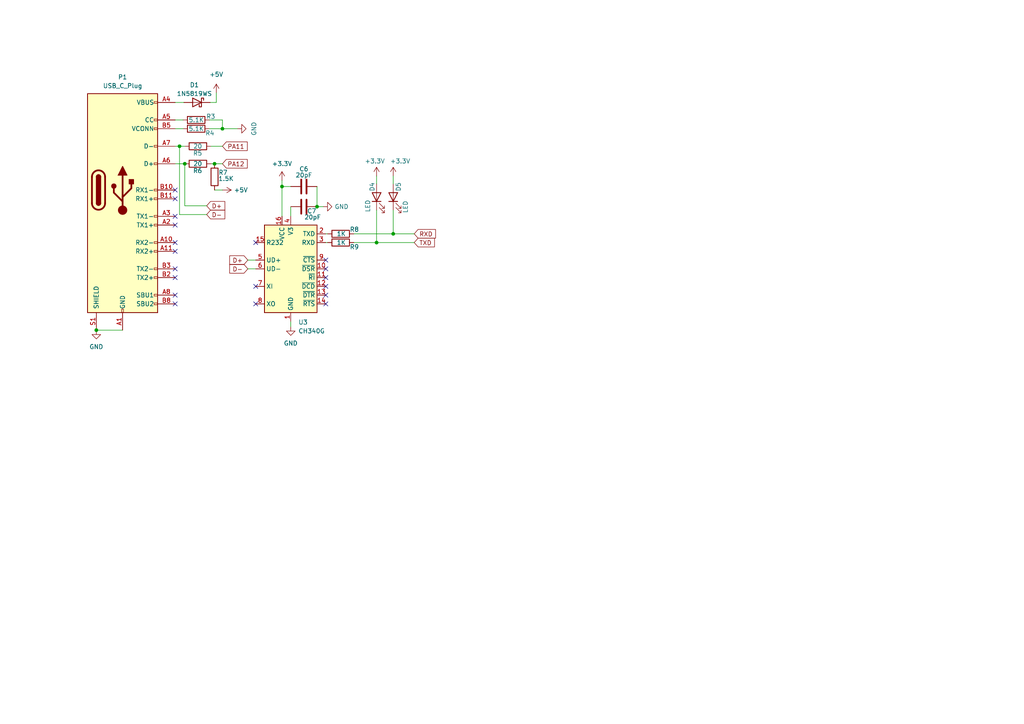
<source format=kicad_sch>
(kicad_sch (version 20230121) (generator eeschema)

  (uuid 9f178b0e-2de7-48d8-9d67-fe040d9701f7)

  (paper "A4")

  (lib_symbols
    (symbol "Connector:USB_C_Plug" (pin_names (offset 1.016)) (in_bom yes) (on_board yes)
      (property "Reference" "P" (at -10.16 29.21 0)
        (effects (font (size 1.27 1.27)) (justify left))
      )
      (property "Value" "USB_C_Plug" (at 10.16 29.21 0)
        (effects (font (size 1.27 1.27)) (justify right))
      )
      (property "Footprint" "" (at 3.81 0 0)
        (effects (font (size 1.27 1.27)) hide)
      )
      (property "Datasheet" "https://www.usb.org/sites/default/files/documents/usb_type-c.zip" (at 3.81 0 0)
        (effects (font (size 1.27 1.27)) hide)
      )
      (property "ki_keywords" "usb universal serial bus" (at 0 0 0)
        (effects (font (size 1.27 1.27)) hide)
      )
      (property "ki_description" "USB Type-C Plug connector" (at 0 0 0)
        (effects (font (size 1.27 1.27)) hide)
      )
      (property "ki_fp_filters" "USB*C*Plug*" (at 0 0 0)
        (effects (font (size 1.27 1.27)) hide)
      )
      (symbol "USB_C_Plug_0_0"
        (rectangle (start -0.254 -35.56) (end 0.254 -34.544)
          (stroke (width 0) (type default))
          (fill (type none))
        )
        (rectangle (start 10.16 -32.766) (end 9.144 -33.274)
          (stroke (width 0) (type default))
          (fill (type none))
        )
        (rectangle (start 10.16 -30.226) (end 9.144 -30.734)
          (stroke (width 0) (type default))
          (fill (type none))
        )
        (rectangle (start 10.16 -25.146) (end 9.144 -25.654)
          (stroke (width 0) (type default))
          (fill (type none))
        )
        (rectangle (start 10.16 -22.606) (end 9.144 -23.114)
          (stroke (width 0) (type default))
          (fill (type none))
        )
        (rectangle (start 10.16 -17.526) (end 9.144 -18.034)
          (stroke (width 0) (type default))
          (fill (type none))
        )
        (rectangle (start 10.16 -14.986) (end 9.144 -15.494)
          (stroke (width 0) (type default))
          (fill (type none))
        )
        (rectangle (start 10.16 -9.906) (end 9.144 -10.414)
          (stroke (width 0) (type default))
          (fill (type none))
        )
        (rectangle (start 10.16 -7.366) (end 9.144 -7.874)
          (stroke (width 0) (type default))
          (fill (type none))
        )
        (rectangle (start 10.16 -2.286) (end 9.144 -2.794)
          (stroke (width 0) (type default))
          (fill (type none))
        )
        (rectangle (start 10.16 0.254) (end 9.144 -0.254)
          (stroke (width 0) (type default))
          (fill (type none))
        )
        (rectangle (start 10.16 7.874) (end 9.144 7.366)
          (stroke (width 0) (type default))
          (fill (type none))
        )
        (rectangle (start 10.16 12.954) (end 9.144 12.446)
          (stroke (width 0) (type default))
          (fill (type none))
        )
        (rectangle (start 10.16 18.034) (end 9.144 17.526)
          (stroke (width 0) (type default))
          (fill (type none))
        )
        (rectangle (start 10.16 20.574) (end 9.144 20.066)
          (stroke (width 0) (type default))
          (fill (type none))
        )
        (rectangle (start 10.16 25.654) (end 9.144 25.146)
          (stroke (width 0) (type default))
          (fill (type none))
        )
      )
      (symbol "USB_C_Plug_0_1"
        (rectangle (start -10.16 27.94) (end 10.16 -35.56)
          (stroke (width 0.254) (type default))
          (fill (type background))
        )
        (arc (start -8.89 -3.81) (mid -6.985 -5.7067) (end -5.08 -3.81)
          (stroke (width 0.508) (type default))
          (fill (type none))
        )
        (arc (start -7.62 -3.81) (mid -6.985 -4.4423) (end -6.35 -3.81)
          (stroke (width 0.254) (type default))
          (fill (type none))
        )
        (arc (start -7.62 -3.81) (mid -6.985 -4.4423) (end -6.35 -3.81)
          (stroke (width 0.254) (type default))
          (fill (type outline))
        )
        (rectangle (start -7.62 -3.81) (end -6.35 3.81)
          (stroke (width 0.254) (type default))
          (fill (type outline))
        )
        (arc (start -6.35 3.81) (mid -6.985 4.4423) (end -7.62 3.81)
          (stroke (width 0.254) (type default))
          (fill (type none))
        )
        (arc (start -6.35 3.81) (mid -6.985 4.4423) (end -7.62 3.81)
          (stroke (width 0.254) (type default))
          (fill (type outline))
        )
        (arc (start -5.08 3.81) (mid -6.985 5.7067) (end -8.89 3.81)
          (stroke (width 0.508) (type default))
          (fill (type none))
        )
        (polyline
          (pts
            (xy -8.89 -3.81)
            (xy -8.89 3.81)
          )
          (stroke (width 0.508) (type default))
          (fill (type none))
        )
        (polyline
          (pts
            (xy -5.08 3.81)
            (xy -5.08 -3.81)
          )
          (stroke (width 0.508) (type default))
          (fill (type none))
        )
      )
      (symbol "USB_C_Plug_1_1"
        (circle (center -2.54 1.143) (radius 0.635)
          (stroke (width 0.254) (type default))
          (fill (type outline))
        )
        (circle (center 0 -5.842) (radius 1.27)
          (stroke (width 0) (type default))
          (fill (type outline))
        )
        (polyline
          (pts
            (xy 0 -5.842)
            (xy 0 4.318)
          )
          (stroke (width 0.508) (type default))
          (fill (type none))
        )
        (polyline
          (pts
            (xy 0 -3.302)
            (xy -2.54 -0.762)
            (xy -2.54 0.508)
          )
          (stroke (width 0.508) (type default))
          (fill (type none))
        )
        (polyline
          (pts
            (xy 0 -2.032)
            (xy 2.54 0.508)
            (xy 2.54 1.778)
          )
          (stroke (width 0.508) (type default))
          (fill (type none))
        )
        (polyline
          (pts
            (xy -1.27 4.318)
            (xy 0 6.858)
            (xy 1.27 4.318)
            (xy -1.27 4.318)
          )
          (stroke (width 0.254) (type default))
          (fill (type outline))
        )
        (rectangle (start 1.905 1.778) (end 3.175 3.048)
          (stroke (width 0.254) (type default))
          (fill (type outline))
        )
        (pin passive line (at 0 -40.64 90) (length 5.08)
          (name "GND" (effects (font (size 1.27 1.27))))
          (number "A1" (effects (font (size 1.27 1.27))))
        )
        (pin bidirectional line (at 15.24 -15.24 180) (length 5.08)
          (name "RX2-" (effects (font (size 1.27 1.27))))
          (number "A10" (effects (font (size 1.27 1.27))))
        )
        (pin bidirectional line (at 15.24 -17.78 180) (length 5.08)
          (name "RX2+" (effects (font (size 1.27 1.27))))
          (number "A11" (effects (font (size 1.27 1.27))))
        )
        (pin passive line (at 0 -40.64 90) (length 5.08) hide
          (name "GND" (effects (font (size 1.27 1.27))))
          (number "A12" (effects (font (size 1.27 1.27))))
        )
        (pin bidirectional line (at 15.24 -10.16 180) (length 5.08)
          (name "TX1+" (effects (font (size 1.27 1.27))))
          (number "A2" (effects (font (size 1.27 1.27))))
        )
        (pin bidirectional line (at 15.24 -7.62 180) (length 5.08)
          (name "TX1-" (effects (font (size 1.27 1.27))))
          (number "A3" (effects (font (size 1.27 1.27))))
        )
        (pin passive line (at 15.24 25.4 180) (length 5.08)
          (name "VBUS" (effects (font (size 1.27 1.27))))
          (number "A4" (effects (font (size 1.27 1.27))))
        )
        (pin bidirectional line (at 15.24 20.32 180) (length 5.08)
          (name "CC" (effects (font (size 1.27 1.27))))
          (number "A5" (effects (font (size 1.27 1.27))))
        )
        (pin bidirectional line (at 15.24 7.62 180) (length 5.08)
          (name "D+" (effects (font (size 1.27 1.27))))
          (number "A6" (effects (font (size 1.27 1.27))))
        )
        (pin bidirectional line (at 15.24 12.7 180) (length 5.08)
          (name "D-" (effects (font (size 1.27 1.27))))
          (number "A7" (effects (font (size 1.27 1.27))))
        )
        (pin bidirectional line (at 15.24 -30.48 180) (length 5.08)
          (name "SBU1" (effects (font (size 1.27 1.27))))
          (number "A8" (effects (font (size 1.27 1.27))))
        )
        (pin passive line (at 15.24 25.4 180) (length 5.08) hide
          (name "VBUS" (effects (font (size 1.27 1.27))))
          (number "A9" (effects (font (size 1.27 1.27))))
        )
        (pin passive line (at 0 -40.64 90) (length 5.08) hide
          (name "GND" (effects (font (size 1.27 1.27))))
          (number "B1" (effects (font (size 1.27 1.27))))
        )
        (pin bidirectional line (at 15.24 0 180) (length 5.08)
          (name "RX1-" (effects (font (size 1.27 1.27))))
          (number "B10" (effects (font (size 1.27 1.27))))
        )
        (pin bidirectional line (at 15.24 -2.54 180) (length 5.08)
          (name "RX1+" (effects (font (size 1.27 1.27))))
          (number "B11" (effects (font (size 1.27 1.27))))
        )
        (pin passive line (at 0 -40.64 90) (length 5.08) hide
          (name "GND" (effects (font (size 1.27 1.27))))
          (number "B12" (effects (font (size 1.27 1.27))))
        )
        (pin bidirectional line (at 15.24 -25.4 180) (length 5.08)
          (name "TX2+" (effects (font (size 1.27 1.27))))
          (number "B2" (effects (font (size 1.27 1.27))))
        )
        (pin bidirectional line (at 15.24 -22.86 180) (length 5.08)
          (name "TX2-" (effects (font (size 1.27 1.27))))
          (number "B3" (effects (font (size 1.27 1.27))))
        )
        (pin passive line (at 15.24 25.4 180) (length 5.08) hide
          (name "VBUS" (effects (font (size 1.27 1.27))))
          (number "B4" (effects (font (size 1.27 1.27))))
        )
        (pin bidirectional line (at 15.24 17.78 180) (length 5.08)
          (name "VCONN" (effects (font (size 1.27 1.27))))
          (number "B5" (effects (font (size 1.27 1.27))))
        )
        (pin bidirectional line (at 15.24 -33.02 180) (length 5.08)
          (name "SBU2" (effects (font (size 1.27 1.27))))
          (number "B8" (effects (font (size 1.27 1.27))))
        )
        (pin passive line (at 15.24 25.4 180) (length 5.08) hide
          (name "VBUS" (effects (font (size 1.27 1.27))))
          (number "B9" (effects (font (size 1.27 1.27))))
        )
        (pin passive line (at -7.62 -40.64 90) (length 5.08)
          (name "SHIELD" (effects (font (size 1.27 1.27))))
          (number "S1" (effects (font (size 1.27 1.27))))
        )
      )
    )
    (symbol "Device:C" (pin_numbers hide) (pin_names (offset 0.254)) (in_bom yes) (on_board yes)
      (property "Reference" "C" (at 0.635 2.54 0)
        (effects (font (size 1.27 1.27)) (justify left))
      )
      (property "Value" "C" (at 0.635 -2.54 0)
        (effects (font (size 1.27 1.27)) (justify left))
      )
      (property "Footprint" "" (at 0.9652 -3.81 0)
        (effects (font (size 1.27 1.27)) hide)
      )
      (property "Datasheet" "~" (at 0 0 0)
        (effects (font (size 1.27 1.27)) hide)
      )
      (property "ki_keywords" "cap capacitor" (at 0 0 0)
        (effects (font (size 1.27 1.27)) hide)
      )
      (property "ki_description" "Unpolarized capacitor" (at 0 0 0)
        (effects (font (size 1.27 1.27)) hide)
      )
      (property "ki_fp_filters" "C_*" (at 0 0 0)
        (effects (font (size 1.27 1.27)) hide)
      )
      (symbol "C_0_1"
        (polyline
          (pts
            (xy -2.032 -0.762)
            (xy 2.032 -0.762)
          )
          (stroke (width 0.508) (type default))
          (fill (type none))
        )
        (polyline
          (pts
            (xy -2.032 0.762)
            (xy 2.032 0.762)
          )
          (stroke (width 0.508) (type default))
          (fill (type none))
        )
      )
      (symbol "C_1_1"
        (pin passive line (at 0 3.81 270) (length 2.794)
          (name "~" (effects (font (size 1.27 1.27))))
          (number "1" (effects (font (size 1.27 1.27))))
        )
        (pin passive line (at 0 -3.81 90) (length 2.794)
          (name "~" (effects (font (size 1.27 1.27))))
          (number "2" (effects (font (size 1.27 1.27))))
        )
      )
    )
    (symbol "Device:LED" (pin_numbers hide) (pin_names (offset 1.016) hide) (in_bom yes) (on_board yes)
      (property "Reference" "D" (at 0 2.54 0)
        (effects (font (size 1.27 1.27)))
      )
      (property "Value" "LED" (at 0 -2.54 0)
        (effects (font (size 1.27 1.27)))
      )
      (property "Footprint" "" (at 0 0 0)
        (effects (font (size 1.27 1.27)) hide)
      )
      (property "Datasheet" "~" (at 0 0 0)
        (effects (font (size 1.27 1.27)) hide)
      )
      (property "ki_keywords" "LED diode" (at 0 0 0)
        (effects (font (size 1.27 1.27)) hide)
      )
      (property "ki_description" "Light emitting diode" (at 0 0 0)
        (effects (font (size 1.27 1.27)) hide)
      )
      (property "ki_fp_filters" "LED* LED_SMD:* LED_THT:*" (at 0 0 0)
        (effects (font (size 1.27 1.27)) hide)
      )
      (symbol "LED_0_1"
        (polyline
          (pts
            (xy -1.27 -1.27)
            (xy -1.27 1.27)
          )
          (stroke (width 0.254) (type default))
          (fill (type none))
        )
        (polyline
          (pts
            (xy -1.27 0)
            (xy 1.27 0)
          )
          (stroke (width 0) (type default))
          (fill (type none))
        )
        (polyline
          (pts
            (xy 1.27 -1.27)
            (xy 1.27 1.27)
            (xy -1.27 0)
            (xy 1.27 -1.27)
          )
          (stroke (width 0.254) (type default))
          (fill (type none))
        )
        (polyline
          (pts
            (xy -3.048 -0.762)
            (xy -4.572 -2.286)
            (xy -3.81 -2.286)
            (xy -4.572 -2.286)
            (xy -4.572 -1.524)
          )
          (stroke (width 0) (type default))
          (fill (type none))
        )
        (polyline
          (pts
            (xy -1.778 -0.762)
            (xy -3.302 -2.286)
            (xy -2.54 -2.286)
            (xy -3.302 -2.286)
            (xy -3.302 -1.524)
          )
          (stroke (width 0) (type default))
          (fill (type none))
        )
      )
      (symbol "LED_1_1"
        (pin passive line (at -3.81 0 0) (length 2.54)
          (name "K" (effects (font (size 1.27 1.27))))
          (number "1" (effects (font (size 1.27 1.27))))
        )
        (pin passive line (at 3.81 0 180) (length 2.54)
          (name "A" (effects (font (size 1.27 1.27))))
          (number "2" (effects (font (size 1.27 1.27))))
        )
      )
    )
    (symbol "Device:R" (pin_numbers hide) (pin_names (offset 0)) (in_bom yes) (on_board yes)
      (property "Reference" "R" (at 2.032 0 90)
        (effects (font (size 1.27 1.27)))
      )
      (property "Value" "R" (at 0 0 90)
        (effects (font (size 1.27 1.27)))
      )
      (property "Footprint" "" (at -1.778 0 90)
        (effects (font (size 1.27 1.27)) hide)
      )
      (property "Datasheet" "~" (at 0 0 0)
        (effects (font (size 1.27 1.27)) hide)
      )
      (property "ki_keywords" "R res resistor" (at 0 0 0)
        (effects (font (size 1.27 1.27)) hide)
      )
      (property "ki_description" "Resistor" (at 0 0 0)
        (effects (font (size 1.27 1.27)) hide)
      )
      (property "ki_fp_filters" "R_*" (at 0 0 0)
        (effects (font (size 1.27 1.27)) hide)
      )
      (symbol "R_0_1"
        (rectangle (start -1.016 -2.54) (end 1.016 2.54)
          (stroke (width 0.254) (type default))
          (fill (type none))
        )
      )
      (symbol "R_1_1"
        (pin passive line (at 0 3.81 270) (length 1.27)
          (name "~" (effects (font (size 1.27 1.27))))
          (number "1" (effects (font (size 1.27 1.27))))
        )
        (pin passive line (at 0 -3.81 90) (length 1.27)
          (name "~" (effects (font (size 1.27 1.27))))
          (number "2" (effects (font (size 1.27 1.27))))
        )
      )
    )
    (symbol "Diode:1N5819WS" (pin_numbers hide) (pin_names (offset 1.016) hide) (in_bom yes) (on_board yes)
      (property "Reference" "D" (at 0 2.54 0)
        (effects (font (size 1.27 1.27)))
      )
      (property "Value" "1N5819WS" (at 0 -2.54 0)
        (effects (font (size 1.27 1.27)))
      )
      (property "Footprint" "Diode_SMD:D_SOD-323" (at 0 -4.445 0)
        (effects (font (size 1.27 1.27)) hide)
      )
      (property "Datasheet" "https://datasheet.lcsc.com/lcsc/2204281430_Guangdong-Hottech-1N5819WS_C191023.pdf" (at 0 0 0)
        (effects (font (size 1.27 1.27)) hide)
      )
      (property "ki_keywords" "diode Schottky" (at 0 0 0)
        (effects (font (size 1.27 1.27)) hide)
      )
      (property "ki_description" "40V 600mV@1A 1A SOD-323 Schottky Barrier Diodes, SOD-323" (at 0 0 0)
        (effects (font (size 1.27 1.27)) hide)
      )
      (property "ki_fp_filters" "D*SOD?323*" (at 0 0 0)
        (effects (font (size 1.27 1.27)) hide)
      )
      (symbol "1N5819WS_0_1"
        (polyline
          (pts
            (xy 1.27 0)
            (xy -1.27 0)
          )
          (stroke (width 0) (type default))
          (fill (type none))
        )
        (polyline
          (pts
            (xy 1.27 1.27)
            (xy 1.27 -1.27)
            (xy -1.27 0)
            (xy 1.27 1.27)
          )
          (stroke (width 0.254) (type default))
          (fill (type none))
        )
        (polyline
          (pts
            (xy -1.905 0.635)
            (xy -1.905 1.27)
            (xy -1.27 1.27)
            (xy -1.27 -1.27)
            (xy -0.635 -1.27)
            (xy -0.635 -0.635)
          )
          (stroke (width 0.254) (type default))
          (fill (type none))
        )
      )
      (symbol "1N5819WS_1_1"
        (pin passive line (at -3.81 0 0) (length 2.54)
          (name "K" (effects (font (size 1.27 1.27))))
          (number "1" (effects (font (size 1.27 1.27))))
        )
        (pin passive line (at 3.81 0 180) (length 2.54)
          (name "A" (effects (font (size 1.27 1.27))))
          (number "2" (effects (font (size 1.27 1.27))))
        )
      )
    )
    (symbol "Interface_USB:CH340G" (in_bom yes) (on_board yes)
      (property "Reference" "U" (at -5.08 13.97 0)
        (effects (font (size 1.27 1.27)) (justify right))
      )
      (property "Value" "CH340G" (at 1.27 13.97 0)
        (effects (font (size 1.27 1.27)) (justify left))
      )
      (property "Footprint" "Package_SO:SOIC-16_3.9x9.9mm_P1.27mm" (at 1.27 -13.97 0)
        (effects (font (size 1.27 1.27)) (justify left) hide)
      )
      (property "Datasheet" "http://www.datasheet5.com/pdf-local-2195953" (at -8.89 20.32 0)
        (effects (font (size 1.27 1.27)) hide)
      )
      (property "ki_keywords" "USB UART Serial Converter Interface" (at 0 0 0)
        (effects (font (size 1.27 1.27)) hide)
      )
      (property "ki_description" "USB serial converter, UART, SOIC-16" (at 0 0 0)
        (effects (font (size 1.27 1.27)) hide)
      )
      (property "ki_fp_filters" "SOIC*3.9x9.9mm*P1.27mm*" (at 0 0 0)
        (effects (font (size 1.27 1.27)) hide)
      )
      (symbol "CH340G_0_1"
        (rectangle (start -7.62 12.7) (end 7.62 -12.7)
          (stroke (width 0.254) (type default))
          (fill (type background))
        )
      )
      (symbol "CH340G_1_1"
        (pin power_in line (at 0 -15.24 90) (length 2.54)
          (name "GND" (effects (font (size 1.27 1.27))))
          (number "1" (effects (font (size 1.27 1.27))))
        )
        (pin input line (at 10.16 0 180) (length 2.54)
          (name "~{DSR}" (effects (font (size 1.27 1.27))))
          (number "10" (effects (font (size 1.27 1.27))))
        )
        (pin input line (at 10.16 -2.54 180) (length 2.54)
          (name "~{RI}" (effects (font (size 1.27 1.27))))
          (number "11" (effects (font (size 1.27 1.27))))
        )
        (pin input line (at 10.16 -5.08 180) (length 2.54)
          (name "~{DCD}" (effects (font (size 1.27 1.27))))
          (number "12" (effects (font (size 1.27 1.27))))
        )
        (pin output line (at 10.16 -7.62 180) (length 2.54)
          (name "~{DTR}" (effects (font (size 1.27 1.27))))
          (number "13" (effects (font (size 1.27 1.27))))
        )
        (pin output line (at 10.16 -10.16 180) (length 2.54)
          (name "~{RTS}" (effects (font (size 1.27 1.27))))
          (number "14" (effects (font (size 1.27 1.27))))
        )
        (pin input line (at -10.16 7.62 0) (length 2.54)
          (name "R232" (effects (font (size 1.27 1.27))))
          (number "15" (effects (font (size 1.27 1.27))))
        )
        (pin power_in line (at -2.54 15.24 270) (length 2.54)
          (name "VCC" (effects (font (size 1.27 1.27))))
          (number "16" (effects (font (size 1.27 1.27))))
        )
        (pin output line (at 10.16 10.16 180) (length 2.54)
          (name "TXD" (effects (font (size 1.27 1.27))))
          (number "2" (effects (font (size 1.27 1.27))))
        )
        (pin input line (at 10.16 7.62 180) (length 2.54)
          (name "RXD" (effects (font (size 1.27 1.27))))
          (number "3" (effects (font (size 1.27 1.27))))
        )
        (pin power_out line (at 0 15.24 270) (length 2.54)
          (name "V3" (effects (font (size 1.27 1.27))))
          (number "4" (effects (font (size 1.27 1.27))))
        )
        (pin bidirectional line (at -10.16 2.54 0) (length 2.54)
          (name "UD+" (effects (font (size 1.27 1.27))))
          (number "5" (effects (font (size 1.27 1.27))))
        )
        (pin bidirectional line (at -10.16 0 0) (length 2.54)
          (name "UD-" (effects (font (size 1.27 1.27))))
          (number "6" (effects (font (size 1.27 1.27))))
        )
        (pin input line (at -10.16 -5.08 0) (length 2.54)
          (name "XI" (effects (font (size 1.27 1.27))))
          (number "7" (effects (font (size 1.27 1.27))))
        )
        (pin output line (at -10.16 -10.16 0) (length 2.54)
          (name "XO" (effects (font (size 1.27 1.27))))
          (number "8" (effects (font (size 1.27 1.27))))
        )
        (pin input line (at 10.16 2.54 180) (length 2.54)
          (name "~{CTS}" (effects (font (size 1.27 1.27))))
          (number "9" (effects (font (size 1.27 1.27))))
        )
      )
    )
    (symbol "power:+3.3V" (power) (pin_names (offset 0)) (in_bom yes) (on_board yes)
      (property "Reference" "#PWR" (at 0 -3.81 0)
        (effects (font (size 1.27 1.27)) hide)
      )
      (property "Value" "+3.3V" (at 0 3.556 0)
        (effects (font (size 1.27 1.27)))
      )
      (property "Footprint" "" (at 0 0 0)
        (effects (font (size 1.27 1.27)) hide)
      )
      (property "Datasheet" "" (at 0 0 0)
        (effects (font (size 1.27 1.27)) hide)
      )
      (property "ki_keywords" "global power" (at 0 0 0)
        (effects (font (size 1.27 1.27)) hide)
      )
      (property "ki_description" "Power symbol creates a global label with name \"+3.3V\"" (at 0 0 0)
        (effects (font (size 1.27 1.27)) hide)
      )
      (symbol "+3.3V_0_1"
        (polyline
          (pts
            (xy -0.762 1.27)
            (xy 0 2.54)
          )
          (stroke (width 0) (type default))
          (fill (type none))
        )
        (polyline
          (pts
            (xy 0 0)
            (xy 0 2.54)
          )
          (stroke (width 0) (type default))
          (fill (type none))
        )
        (polyline
          (pts
            (xy 0 2.54)
            (xy 0.762 1.27)
          )
          (stroke (width 0) (type default))
          (fill (type none))
        )
      )
      (symbol "+3.3V_1_1"
        (pin power_in line (at 0 0 90) (length 0) hide
          (name "+3.3V" (effects (font (size 1.27 1.27))))
          (number "1" (effects (font (size 1.27 1.27))))
        )
      )
    )
    (symbol "power:+5V" (power) (pin_names (offset 0)) (in_bom yes) (on_board yes)
      (property "Reference" "#PWR" (at 0 -3.81 0)
        (effects (font (size 1.27 1.27)) hide)
      )
      (property "Value" "+5V" (at 0 3.556 0)
        (effects (font (size 1.27 1.27)))
      )
      (property "Footprint" "" (at 0 0 0)
        (effects (font (size 1.27 1.27)) hide)
      )
      (property "Datasheet" "" (at 0 0 0)
        (effects (font (size 1.27 1.27)) hide)
      )
      (property "ki_keywords" "global power" (at 0 0 0)
        (effects (font (size 1.27 1.27)) hide)
      )
      (property "ki_description" "Power symbol creates a global label with name \"+5V\"" (at 0 0 0)
        (effects (font (size 1.27 1.27)) hide)
      )
      (symbol "+5V_0_1"
        (polyline
          (pts
            (xy -0.762 1.27)
            (xy 0 2.54)
          )
          (stroke (width 0) (type default))
          (fill (type none))
        )
        (polyline
          (pts
            (xy 0 0)
            (xy 0 2.54)
          )
          (stroke (width 0) (type default))
          (fill (type none))
        )
        (polyline
          (pts
            (xy 0 2.54)
            (xy 0.762 1.27)
          )
          (stroke (width 0) (type default))
          (fill (type none))
        )
      )
      (symbol "+5V_1_1"
        (pin power_in line (at 0 0 90) (length 0) hide
          (name "+5V" (effects (font (size 1.27 1.27))))
          (number "1" (effects (font (size 1.27 1.27))))
        )
      )
    )
    (symbol "power:GND" (power) (pin_names (offset 0)) (in_bom yes) (on_board yes)
      (property "Reference" "#PWR" (at 0 -6.35 0)
        (effects (font (size 1.27 1.27)) hide)
      )
      (property "Value" "GND" (at 0 -3.81 0)
        (effects (font (size 1.27 1.27)))
      )
      (property "Footprint" "" (at 0 0 0)
        (effects (font (size 1.27 1.27)) hide)
      )
      (property "Datasheet" "" (at 0 0 0)
        (effects (font (size 1.27 1.27)) hide)
      )
      (property "ki_keywords" "global power" (at 0 0 0)
        (effects (font (size 1.27 1.27)) hide)
      )
      (property "ki_description" "Power symbol creates a global label with name \"GND\" , ground" (at 0 0 0)
        (effects (font (size 1.27 1.27)) hide)
      )
      (symbol "GND_0_1"
        (polyline
          (pts
            (xy 0 0)
            (xy 0 -1.27)
            (xy 1.27 -1.27)
            (xy 0 -2.54)
            (xy -1.27 -1.27)
            (xy 0 -1.27)
          )
          (stroke (width 0) (type default))
          (fill (type none))
        )
      )
      (symbol "GND_1_1"
        (pin power_in line (at 0 0 270) (length 0) hide
          (name "GND" (effects (font (size 1.27 1.27))))
          (number "1" (effects (font (size 1.27 1.27))))
        )
      )
    )
  )

  (junction (at 91.948 59.944) (diameter 0) (color 0 0 0 0)
    (uuid 25130021-e9d8-475c-81ad-7b1cb8887781)
  )
  (junction (at 62.23 47.498) (diameter 0) (color 0 0 0 0)
    (uuid 4d10283a-5202-4995-89f0-8957acd04a6a)
  )
  (junction (at 109.22 70.358) (diameter 0) (color 0 0 0 0)
    (uuid 5a44a612-80c0-4911-9f0d-e655fc06100c)
  )
  (junction (at 64.516 37.338) (diameter 0) (color 0 0 0 0)
    (uuid 621b09b3-e543-40a2-9943-0396c4999180)
  )
  (junction (at 81.788 54.102) (diameter 0) (color 0 0 0 0)
    (uuid 88fc4bad-7490-4441-91b2-a0caddd3f09e)
  )
  (junction (at 114.046 67.818) (diameter 0) (color 0 0 0 0)
    (uuid 9e53fa7f-31bb-428a-af69-cc0807ec7f40)
  )
  (junction (at 52.07 42.418) (diameter 0) (color 0 0 0 0)
    (uuid d793cebc-bec3-4931-a261-d93da8545d4e)
  )
  (junction (at 53.594 47.498) (diameter 0) (color 0 0 0 0)
    (uuid eb8e14de-dec6-4807-ba0e-a3b45e8e4c17)
  )
  (junction (at 27.94 95.758) (diameter 0) (color 0 0 0 0)
    (uuid f815f335-2e46-4816-a056-c4116541f528)
  )

  (no_connect (at 50.8 72.898) (uuid 074aecf0-8abf-4e43-95fb-f752f6f04c75))
  (no_connect (at 94.488 85.598) (uuid 1820e48c-1f3b-4830-aecf-39062deebf15))
  (no_connect (at 94.488 75.438) (uuid 1b7424a0-eeeb-4322-8879-e71a7d2ddfdf))
  (no_connect (at 94.488 88.138) (uuid 1f982068-16d1-46a6-a6a4-1cdfee99a571))
  (no_connect (at 74.168 88.138) (uuid 3024c4d8-f52f-4d40-b4c4-1ecf59434e96))
  (no_connect (at 74.168 70.358) (uuid 3692206b-de32-461e-b831-750a2824603d))
  (no_connect (at 50.8 85.598) (uuid 43b5ebab-f0db-44b5-9998-4ec37fccb9d8))
  (no_connect (at 50.8 62.738) (uuid 6d12e898-fdd2-4448-851d-973449f0796b))
  (no_connect (at 50.8 77.978) (uuid 6f04f360-2183-4f4f-a06d-77547ddb8d78))
  (no_connect (at 50.8 70.358) (uuid 862cfb94-182f-43df-a3a0-90f8a0d322cc))
  (no_connect (at 50.8 80.518) (uuid 8f0c1419-2c2c-4487-b469-551bdc4db556))
  (no_connect (at 50.8 65.278) (uuid 96e61966-c364-491a-a9a3-75dd2481d33f))
  (no_connect (at 50.8 88.138) (uuid 98328b4d-9efd-4302-9660-6c07bd8bf9cc))
  (no_connect (at 94.488 83.058) (uuid aa3e468a-1079-42cc-b9a6-1139b8620d27))
  (no_connect (at 94.488 77.978) (uuid b2eec0d8-6bad-4bde-9aab-a8fed3e207ca))
  (no_connect (at 50.8 55.118) (uuid b3b77489-de2a-4307-bfa7-a1c086597acc))
  (no_connect (at 74.168 83.058) (uuid c7bdf76c-d4c8-4572-beeb-54283cc343c2))
  (no_connect (at 50.8 57.658) (uuid f2a2b677-9f46-4718-a2f1-d25c55180cd5))
  (no_connect (at 94.488 80.518) (uuid f2afca78-fa1e-42f5-8928-d28802bbdf49))

  (wire (pts (xy 114.046 51.054) (xy 114.046 53.34))
    (stroke (width 0) (type default))
    (uuid 012dd025-a4b5-491f-89fd-b7c176b7bafa)
  )
  (wire (pts (xy 91.948 59.944) (xy 93.726 59.944))
    (stroke (width 0) (type default))
    (uuid 0be9ef02-698c-4918-8907-1a53a5a99e0f)
  )
  (wire (pts (xy 71.882 75.438) (xy 74.168 75.438))
    (stroke (width 0) (type default))
    (uuid 11b711c3-b59f-43f7-8f8c-1d3a653a6b29)
  )
  (wire (pts (xy 109.22 60.96) (xy 109.22 70.358))
    (stroke (width 0) (type default))
    (uuid 121b39ea-744a-4b6b-962c-1e728b35d950)
  )
  (wire (pts (xy 64.516 37.338) (xy 60.706 37.338))
    (stroke (width 0) (type default))
    (uuid 186c7194-f111-4ad3-a831-3e5d68a567eb)
  )
  (wire (pts (xy 62.738 26.924) (xy 62.738 29.718))
    (stroke (width 0) (type default))
    (uuid 1f7d45f4-cd4d-42bd-8b33-ae62616d0659)
  )
  (wire (pts (xy 60.706 34.798) (xy 64.516 34.798))
    (stroke (width 0) (type default))
    (uuid 23741191-eb7e-4908-8f15-7c1fce7dcee4)
  )
  (wire (pts (xy 62.23 47.498) (xy 64.516 47.498))
    (stroke (width 0) (type default))
    (uuid 313aab13-d408-43ee-9d96-9fc948b6505e)
  )
  (wire (pts (xy 94.996 67.818) (xy 94.488 67.818))
    (stroke (width 0) (type default))
    (uuid 35f56059-6b52-4004-a9f0-e0b25daa4d57)
  )
  (wire (pts (xy 102.616 67.818) (xy 114.046 67.818))
    (stroke (width 0) (type default))
    (uuid 3d8b8d6c-8b30-45ca-aca6-fe1689185f28)
  )
  (wire (pts (xy 50.8 29.718) (xy 53.34 29.718))
    (stroke (width 0) (type default))
    (uuid 3fd0240f-9dbb-4edd-ab68-b725df202599)
  )
  (wire (pts (xy 84.328 93.218) (xy 84.328 94.742))
    (stroke (width 0) (type default))
    (uuid 5360c246-e7be-46a6-b13c-4a6a09645b64)
  )
  (wire (pts (xy 59.944 59.69) (xy 53.594 59.69))
    (stroke (width 0) (type default))
    (uuid 56c00588-0c5f-474b-9ae8-03801a910d97)
  )
  (wire (pts (xy 84.328 59.944) (xy 84.328 62.738))
    (stroke (width 0) (type default))
    (uuid 5b1acab8-c05a-4e22-b57c-c4ff00ffb224)
  )
  (wire (pts (xy 109.22 51.054) (xy 109.22 53.34))
    (stroke (width 0) (type default))
    (uuid 6394d906-3c5b-4b29-a1a5-519a75d25a13)
  )
  (wire (pts (xy 61.214 47.498) (xy 62.23 47.498))
    (stroke (width 0) (type default))
    (uuid 74d639ba-f30e-47dd-afda-1ac7a57a3164)
  )
  (wire (pts (xy 81.788 52.324) (xy 81.788 54.102))
    (stroke (width 0) (type default))
    (uuid 7659fdcd-d2c7-4d87-9ebc-ef07c6344530)
  )
  (wire (pts (xy 52.07 42.418) (xy 53.594 42.418))
    (stroke (width 0) (type default))
    (uuid 81a83faf-69b5-4f8e-ae5f-b247810dcc6f)
  )
  (wire (pts (xy 94.996 70.358) (xy 94.488 70.358))
    (stroke (width 0) (type default))
    (uuid 8682d67d-3a6c-48f2-acc1-76300c5ac478)
  )
  (wire (pts (xy 53.594 59.69) (xy 53.594 47.498))
    (stroke (width 0) (type default))
    (uuid 8acb8795-906b-4573-be10-73a40e6b82cb)
  )
  (wire (pts (xy 91.948 54.102) (xy 91.948 59.944))
    (stroke (width 0) (type default))
    (uuid 8ba42bc1-3b9f-45f6-96aa-477388b995d7)
  )
  (wire (pts (xy 81.788 54.102) (xy 81.788 62.738))
    (stroke (width 0) (type default))
    (uuid 9f91ece3-b1e0-45ab-ad23-d8c879d3fcfb)
  )
  (wire (pts (xy 50.8 37.338) (xy 53.086 37.338))
    (stroke (width 0) (type default))
    (uuid a96810a8-40fa-43d8-bcf6-958307895992)
  )
  (wire (pts (xy 61.214 42.418) (xy 64.516 42.418))
    (stroke (width 0) (type default))
    (uuid ac34f511-719e-4c6b-8176-b1315e98561e)
  )
  (wire (pts (xy 102.616 70.358) (xy 109.22 70.358))
    (stroke (width 0) (type default))
    (uuid acba54ed-e205-40ed-8c79-ff103b5ac0ec)
  )
  (wire (pts (xy 114.046 67.818) (xy 120.142 67.818))
    (stroke (width 0) (type default))
    (uuid b05fae4b-e387-4219-890d-bd6f0019fe2b)
  )
  (wire (pts (xy 59.944 62.23) (xy 52.07 62.23))
    (stroke (width 0) (type default))
    (uuid b8ed9fa0-53b7-4169-be1d-26892385293c)
  )
  (wire (pts (xy 64.516 34.798) (xy 64.516 37.338))
    (stroke (width 0) (type default))
    (uuid ba4af318-0a75-4cab-b9c7-bd0f5e133ab6)
  )
  (wire (pts (xy 50.8 42.418) (xy 52.07 42.418))
    (stroke (width 0) (type default))
    (uuid bdfd8aff-70e5-48c7-a136-df058557e417)
  )
  (wire (pts (xy 114.046 60.96) (xy 114.046 67.818))
    (stroke (width 0) (type default))
    (uuid c29731a4-bd10-40ad-a357-e4c8401439fb)
  )
  (wire (pts (xy 109.22 70.358) (xy 120.142 70.358))
    (stroke (width 0) (type default))
    (uuid c5be26d6-ecd5-4b90-95a2-8c934d306550)
  )
  (wire (pts (xy 68.834 37.338) (xy 64.516 37.338))
    (stroke (width 0) (type default))
    (uuid ce934dab-790c-4627-972f-f72cea15a713)
  )
  (wire (pts (xy 52.07 62.23) (xy 52.07 42.418))
    (stroke (width 0) (type default))
    (uuid daee2ce8-3c3f-4020-aa17-4ee07a0d1a8c)
  )
  (wire (pts (xy 50.8 34.798) (xy 53.086 34.798))
    (stroke (width 0) (type default))
    (uuid de088361-8e42-4480-aeb2-51724479fe32)
  )
  (wire (pts (xy 64.516 55.118) (xy 62.23 55.118))
    (stroke (width 0) (type default))
    (uuid e446035d-07f6-4f31-9c1d-f3420ba02c15)
  )
  (wire (pts (xy 71.882 77.978) (xy 74.168 77.978))
    (stroke (width 0) (type default))
    (uuid e8070f8d-c2c8-4a87-97c2-0f25898d28ed)
  )
  (wire (pts (xy 81.788 54.102) (xy 84.328 54.102))
    (stroke (width 0) (type default))
    (uuid eb6353bd-b966-42f7-abff-7b8a25629da4)
  )
  (wire (pts (xy 60.96 29.718) (xy 62.738 29.718))
    (stroke (width 0) (type default))
    (uuid fab51081-361f-4604-a698-c75c06ebb729)
  )
  (wire (pts (xy 50.8 47.498) (xy 53.594 47.498))
    (stroke (width 0) (type default))
    (uuid fab9d766-4de6-4be9-8e8c-0fcdd68c8b38)
  )
  (wire (pts (xy 27.94 95.758) (xy 35.56 95.758))
    (stroke (width 0) (type default))
    (uuid fb4b2428-9a69-4e7f-b02b-8726aeb53b65)
  )

  (global_label "D+" (shape input) (at 59.944 59.69 0) (fields_autoplaced)
    (effects (font (size 1.27 1.27)) (justify left))
    (uuid 3b837e2f-e7bc-4594-9434-4f4ee8e4228d)
    (property "Intersheetrefs" "${INTERSHEET_REFS}" (at 65.7716 59.69 0)
      (effects (font (size 1.27 1.27)) (justify left) hide)
    )
  )
  (global_label "PA11" (shape input) (at 64.516 42.418 0) (fields_autoplaced)
    (effects (font (size 1.27 1.27)) (justify left))
    (uuid 73b6d4a5-c823-45b4-ac06-c6ba2034d4da)
    (property "Intersheetrefs" "${INTERSHEET_REFS}" (at 72.2788 42.418 0)
      (effects (font (size 1.27 1.27)) (justify left) hide)
    )
  )
  (global_label "TXD" (shape input) (at 120.142 70.358 0) (fields_autoplaced)
    (effects (font (size 1.27 1.27)) (justify left))
    (uuid 98c35a66-aceb-4043-adfb-1f9095fef1e3)
    (property "Intersheetrefs" "${INTERSHEET_REFS}" (at 126.5743 70.358 0)
      (effects (font (size 1.27 1.27)) (justify left) hide)
    )
  )
  (global_label "D+" (shape input) (at 71.882 75.438 180) (fields_autoplaced)
    (effects (font (size 1.27 1.27)) (justify right))
    (uuid 9f908fbf-fb60-4bf2-8ef3-9db97567faab)
    (property "Intersheetrefs" "${INTERSHEET_REFS}" (at 66.0544 75.438 0)
      (effects (font (size 1.27 1.27)) (justify right) hide)
    )
  )
  (global_label "PA12" (shape input) (at 64.516 47.498 0) (fields_autoplaced)
    (effects (font (size 1.27 1.27)) (justify left))
    (uuid b4382449-c705-45d3-9356-bd3bd38dbb17)
    (property "Intersheetrefs" "${INTERSHEET_REFS}" (at 72.2788 47.498 0)
      (effects (font (size 1.27 1.27)) (justify left) hide)
    )
  )
  (global_label "D-" (shape input) (at 59.944 62.23 0) (fields_autoplaced)
    (effects (font (size 1.27 1.27)) (justify left))
    (uuid f2a11e48-04c4-4344-9add-99d03e99a196)
    (property "Intersheetrefs" "${INTERSHEET_REFS}" (at 65.7716 62.23 0)
      (effects (font (size 1.27 1.27)) (justify left) hide)
    )
  )
  (global_label "RXD" (shape input) (at 120.142 67.818 0) (fields_autoplaced)
    (effects (font (size 1.27 1.27)) (justify left))
    (uuid f43b9be1-de0d-4028-ad87-034674a94bec)
    (property "Intersheetrefs" "${INTERSHEET_REFS}" (at 126.8767 67.818 0)
      (effects (font (size 1.27 1.27)) (justify left) hide)
    )
  )
  (global_label "D-" (shape input) (at 71.882 77.978 180) (fields_autoplaced)
    (effects (font (size 1.27 1.27)) (justify right))
    (uuid f4487e25-ea0e-457d-8b42-0582b1e56b9d)
    (property "Intersheetrefs" "${INTERSHEET_REFS}" (at 66.0544 77.978 0)
      (effects (font (size 1.27 1.27)) (justify right) hide)
    )
  )

  (symbol (lib_id "power:GND") (at 27.94 95.758 0) (unit 1)
    (in_bom yes) (on_board yes) (dnp no) (fields_autoplaced)
    (uuid 13933691-26b9-4c10-a600-4695f9e62607)
    (property "Reference" "#PWR03" (at 27.94 102.108 0)
      (effects (font (size 1.27 1.27)) hide)
    )
    (property "Value" "GND" (at 27.94 100.584 0)
      (effects (font (size 1.27 1.27)))
    )
    (property "Footprint" "" (at 27.94 95.758 0)
      (effects (font (size 1.27 1.27)) hide)
    )
    (property "Datasheet" "" (at 27.94 95.758 0)
      (effects (font (size 1.27 1.27)) hide)
    )
    (pin "1" (uuid 7749bcf7-f6d6-4799-b7c8-ef26c91faff1))
    (instances
      (project "PCB_2MMouse"
        (path "/07758890-a101-4568-91b2-a95eb958a4aa/9c076cd1-055b-4e06-9eb2-0451badde3d1"
          (reference "#PWR03") (unit 1)
        )
      )
    )
  )

  (symbol (lib_id "power:+3.3V") (at 114.046 51.054 0) (unit 1)
    (in_bom yes) (on_board yes) (dnp no)
    (uuid 22fc7006-7bbb-45cb-bbd2-1bff05753007)
    (property "Reference" "#PWR032" (at 114.046 54.864 0)
      (effects (font (size 1.27 1.27)) hide)
    )
    (property "Value" "+3.3V" (at 116.078 46.736 0)
      (effects (font (size 1.27 1.27)))
    )
    (property "Footprint" "" (at 114.046 51.054 0)
      (effects (font (size 1.27 1.27)) hide)
    )
    (property "Datasheet" "" (at 114.046 51.054 0)
      (effects (font (size 1.27 1.27)) hide)
    )
    (pin "1" (uuid 6080e190-0083-406f-aa0b-71ed8949bfd7))
    (instances
      (project "PCB_2MMouse"
        (path "/07758890-a101-4568-91b2-a95eb958a4aa/9c076cd1-055b-4e06-9eb2-0451badde3d1"
          (reference "#PWR032") (unit 1)
        )
      )
    )
  )

  (symbol (lib_id "Device:LED") (at 114.046 57.15 90) (unit 1)
    (in_bom yes) (on_board yes) (dnp no)
    (uuid 276f5cb2-6dd6-492a-8771-0ac750684f7e)
    (property "Reference" "D5" (at 115.57 52.832 0)
      (effects (font (size 1.27 1.27)) (justify right))
    )
    (property "Value" "LED" (at 117.602 58.166 0)
      (effects (font (size 1.27 1.27)) (justify right))
    )
    (property "Footprint" "" (at 114.046 57.15 0)
      (effects (font (size 1.27 1.27)) hide)
    )
    (property "Datasheet" "~" (at 114.046 57.15 0)
      (effects (font (size 1.27 1.27)) hide)
    )
    (pin "2" (uuid aa72bb0d-0415-4dc0-b1c4-8d61acd2f5bc))
    (pin "1" (uuid e6b97058-e870-49a1-ae06-fff2411ea275))
    (instances
      (project "PCB_2MMouse"
        (path "/07758890-a101-4568-91b2-a95eb958a4aa/9c076cd1-055b-4e06-9eb2-0451badde3d1"
          (reference "D5") (unit 1)
        )
      )
    )
  )

  (symbol (lib_id "Device:R") (at 57.404 47.498 90) (unit 1)
    (in_bom yes) (on_board yes) (dnp no)
    (uuid 381a3d50-c7f0-464b-bf3d-3698b77b780b)
    (property "Reference" "R6" (at 58.674 49.53 90)
      (effects (font (size 1.27 1.27)) (justify left))
    )
    (property "Value" "20" (at 58.674 47.498 90)
      (effects (font (size 1.27 1.27)) (justify left))
    )
    (property "Footprint" "" (at 57.404 49.276 90)
      (effects (font (size 1.27 1.27)) hide)
    )
    (property "Datasheet" "~" (at 57.404 47.498 0)
      (effects (font (size 1.27 1.27)) hide)
    )
    (pin "2" (uuid 031666ec-6e75-4b5c-a270-8e158bd7ef26))
    (pin "1" (uuid f0d1fccc-fd6d-495e-a7f7-51ae1460c9d6))
    (instances
      (project "PCB_2MMouse"
        (path "/07758890-a101-4568-91b2-a95eb958a4aa/9c076cd1-055b-4e06-9eb2-0451badde3d1"
          (reference "R6") (unit 1)
        )
      )
    )
  )

  (symbol (lib_id "power:+3.3V") (at 81.788 52.324 0) (unit 1)
    (in_bom yes) (on_board yes) (dnp no) (fields_autoplaced)
    (uuid 4835a03a-ec0a-4862-a810-f784d848833b)
    (property "Reference" "#PWR014" (at 81.788 56.134 0)
      (effects (font (size 1.27 1.27)) hide)
    )
    (property "Value" "+3.3V" (at 81.788 47.498 0)
      (effects (font (size 1.27 1.27)))
    )
    (property "Footprint" "" (at 81.788 52.324 0)
      (effects (font (size 1.27 1.27)) hide)
    )
    (property "Datasheet" "" (at 81.788 52.324 0)
      (effects (font (size 1.27 1.27)) hide)
    )
    (pin "1" (uuid 1868591d-cc5c-4fbb-8b02-d854525293e7))
    (instances
      (project "PCB_2MMouse"
        (path "/07758890-a101-4568-91b2-a95eb958a4aa/9c076cd1-055b-4e06-9eb2-0451badde3d1"
          (reference "#PWR014") (unit 1)
        )
      )
    )
  )

  (symbol (lib_id "power:+5V") (at 64.516 55.118 270) (unit 1)
    (in_bom yes) (on_board yes) (dnp no) (fields_autoplaced)
    (uuid 49f7a083-2991-4678-90c3-0ff47dd17652)
    (property "Reference" "#PWR012" (at 60.706 55.118 0)
      (effects (font (size 1.27 1.27)) hide)
    )
    (property "Value" "+5V" (at 67.818 55.118 90)
      (effects (font (size 1.27 1.27)) (justify left))
    )
    (property "Footprint" "" (at 64.516 55.118 0)
      (effects (font (size 1.27 1.27)) hide)
    )
    (property "Datasheet" "" (at 64.516 55.118 0)
      (effects (font (size 1.27 1.27)) hide)
    )
    (pin "1" (uuid 1792f003-0e7f-47cb-b9bc-c786622c62bc))
    (instances
      (project "PCB_2MMouse"
        (path "/07758890-a101-4568-91b2-a95eb958a4aa/9c076cd1-055b-4e06-9eb2-0451badde3d1"
          (reference "#PWR012") (unit 1)
        )
      )
    )
  )

  (symbol (lib_id "Device:C") (at 88.138 54.102 90) (unit 1)
    (in_bom yes) (on_board yes) (dnp no)
    (uuid 552b5580-1913-4ce2-accc-7feed449dcfa)
    (property "Reference" "C6" (at 88.138 49.022 90)
      (effects (font (size 1.27 1.27)))
    )
    (property "Value" "20pF" (at 88.138 50.8 90)
      (effects (font (size 1.27 1.27)))
    )
    (property "Footprint" "" (at 91.948 53.1368 0)
      (effects (font (size 1.27 1.27)) hide)
    )
    (property "Datasheet" "~" (at 88.138 54.102 0)
      (effects (font (size 1.27 1.27)) hide)
    )
    (pin "1" (uuid a8eaabdb-7277-4421-bc59-77849381043b))
    (pin "2" (uuid f2f66fcc-0390-4cdd-bf2f-fc85fddbe47a))
    (instances
      (project "PCB_2MMouse"
        (path "/07758890-a101-4568-91b2-a95eb958a4aa/9c076cd1-055b-4e06-9eb2-0451badde3d1"
          (reference "C6") (unit 1)
        )
      )
    )
  )

  (symbol (lib_id "Device:R") (at 62.23 51.308 180) (unit 1)
    (in_bom yes) (on_board yes) (dnp no)
    (uuid 57438647-439b-4007-81de-967ba7e47ff2)
    (property "Reference" "R7" (at 66.04 50.038 0)
      (effects (font (size 1.27 1.27)) (justify left))
    )
    (property "Value" "1.5K" (at 67.818 51.816 0)
      (effects (font (size 1.27 1.27)) (justify left))
    )
    (property "Footprint" "" (at 64.008 51.308 90)
      (effects (font (size 1.27 1.27)) hide)
    )
    (property "Datasheet" "~" (at 62.23 51.308 0)
      (effects (font (size 1.27 1.27)) hide)
    )
    (pin "2" (uuid e122531d-56b4-425f-91fb-8574044f2aa6))
    (pin "1" (uuid d69e2524-a7a6-4526-8626-58bb93676946))
    (instances
      (project "PCB_2MMouse"
        (path "/07758890-a101-4568-91b2-a95eb958a4aa/9c076cd1-055b-4e06-9eb2-0451badde3d1"
          (reference "R7") (unit 1)
        )
      )
    )
  )

  (symbol (lib_id "Device:R") (at 98.806 70.358 90) (unit 1)
    (in_bom yes) (on_board yes) (dnp no)
    (uuid 6b19cbef-8858-490b-865b-a4a2d84789af)
    (property "Reference" "R9" (at 104.14 71.628 90)
      (effects (font (size 1.27 1.27)) (justify left))
    )
    (property "Value" "1K" (at 100.33 70.358 90)
      (effects (font (size 1.27 1.27)) (justify left))
    )
    (property "Footprint" "" (at 98.806 72.136 90)
      (effects (font (size 1.27 1.27)) hide)
    )
    (property "Datasheet" "~" (at 98.806 70.358 0)
      (effects (font (size 1.27 1.27)) hide)
    )
    (pin "2" (uuid 4d9584c5-4fa5-4bd3-9c17-b2bff72a608f))
    (pin "1" (uuid 17286896-405d-4a14-9e9c-7c4b8c2938b8))
    (instances
      (project "PCB_2MMouse"
        (path "/07758890-a101-4568-91b2-a95eb958a4aa/9c076cd1-055b-4e06-9eb2-0451badde3d1"
          (reference "R9") (unit 1)
        )
      )
    )
  )

  (symbol (lib_id "Device:C") (at 88.138 59.944 90) (unit 1)
    (in_bom yes) (on_board yes) (dnp no)
    (uuid 714f5fe8-1809-4faa-800f-e7d6a2de3037)
    (property "Reference" "C7" (at 90.424 61.214 90)
      (effects (font (size 1.27 1.27)))
    )
    (property "Value" "20pF" (at 90.678 62.992 90)
      (effects (font (size 1.27 1.27)))
    )
    (property "Footprint" "" (at 91.948 58.9788 0)
      (effects (font (size 1.27 1.27)) hide)
    )
    (property "Datasheet" "~" (at 88.138 59.944 0)
      (effects (font (size 1.27 1.27)) hide)
    )
    (pin "1" (uuid 69b54a9a-0eb2-470f-a1da-54284f1a5cbd))
    (pin "2" (uuid 6766a2b0-ad32-4062-ad05-a4deb51c3254))
    (instances
      (project "PCB_2MMouse"
        (path "/07758890-a101-4568-91b2-a95eb958a4aa/9c076cd1-055b-4e06-9eb2-0451badde3d1"
          (reference "C7") (unit 1)
        )
      )
    )
  )

  (symbol (lib_id "power:GND") (at 93.726 59.944 90) (unit 1)
    (in_bom yes) (on_board yes) (dnp no) (fields_autoplaced)
    (uuid 757a9bdb-fcd7-42be-ba40-5aa5514b4576)
    (property "Reference" "#PWR016" (at 100.076 59.944 0)
      (effects (font (size 1.27 1.27)) hide)
    )
    (property "Value" "GND" (at 97.028 59.944 90)
      (effects (font (size 1.27 1.27)) (justify right))
    )
    (property "Footprint" "" (at 93.726 59.944 0)
      (effects (font (size 1.27 1.27)) hide)
    )
    (property "Datasheet" "" (at 93.726 59.944 0)
      (effects (font (size 1.27 1.27)) hide)
    )
    (pin "1" (uuid 65b868f3-6a22-4cc0-a31b-48bc5d89430d))
    (instances
      (project "PCB_2MMouse"
        (path "/07758890-a101-4568-91b2-a95eb958a4aa/9c076cd1-055b-4e06-9eb2-0451badde3d1"
          (reference "#PWR016") (unit 1)
        )
      )
    )
  )

  (symbol (lib_id "Connector:USB_C_Plug") (at 35.56 55.118 0) (unit 1)
    (in_bom yes) (on_board yes) (dnp no) (fields_autoplaced)
    (uuid 8cad932c-9bd1-45a8-be80-025e3393718f)
    (property "Reference" "P1" (at 35.56 22.352 0)
      (effects (font (size 1.27 1.27)))
    )
    (property "Value" "USB_C_Plug" (at 35.56 24.892 0)
      (effects (font (size 1.27 1.27)))
    )
    (property "Footprint" "" (at 39.37 55.118 0)
      (effects (font (size 1.27 1.27)) hide)
    )
    (property "Datasheet" "https://www.usb.org/sites/default/files/documents/usb_type-c.zip" (at 39.37 55.118 0)
      (effects (font (size 1.27 1.27)) hide)
    )
    (pin "B2" (uuid ad1e4b22-c174-4bfd-974e-d030f95d7fab))
    (pin "B8" (uuid caca1ca8-432d-438a-94a4-0f6bd56d6fa6))
    (pin "A12" (uuid de9d411c-44d7-4e6c-ae77-72d86cfeb172))
    (pin "A4" (uuid 8d2f7a85-73c8-4ab3-809f-d2a596e79305))
    (pin "A6" (uuid 6de3a0d8-063f-45af-9a32-197e915bd061))
    (pin "A8" (uuid 1f9d219c-b841-49dd-be79-046eb01e5043))
    (pin "A1" (uuid b782741c-e6f4-4564-9c66-c910d47820f2))
    (pin "A3" (uuid 291fa431-7495-49ad-85d7-65dbeaffb7ec))
    (pin "B1" (uuid ec9acafd-3e3c-4ad3-a023-b52607249f79))
    (pin "B12" (uuid 4995d674-79a7-4a24-8753-76cff70d73cf))
    (pin "B10" (uuid 96cd62aa-873a-4c34-8c2b-78c50f0cfcc7))
    (pin "B4" (uuid 6eaa4492-7b41-4a0f-921e-0e0d8ceb5572))
    (pin "B9" (uuid 319d7464-b529-4aab-892b-3c636ad48d84))
    (pin "A2" (uuid 72a68242-0008-4578-9d75-dc2e709d7505))
    (pin "S1" (uuid 30c6bd3f-e412-42ce-83cc-577a8eba39a5))
    (pin "A10" (uuid 6a92a28e-eedf-4ea1-8907-1be57622f1ef))
    (pin "A5" (uuid 2735c5a6-781d-4b2a-ac82-df48e82b31f0))
    (pin "A9" (uuid 70f0b878-44cc-4a73-bd0e-bd0e53b367dd))
    (pin "B5" (uuid d3d925c9-f159-4d73-bb18-2b1324ad9641))
    (pin "A11" (uuid 9a47e3f3-e227-425d-b23b-a87135eec5b2))
    (pin "B3" (uuid d84120f6-12ba-4122-b944-5b12477c3a30))
    (pin "B11" (uuid 2a74c3f4-6bdd-4ae8-a24f-e46df63882c8))
    (pin "A7" (uuid f7a32692-9247-4ea0-bb1a-14db36947923))
    (instances
      (project "PCB_2MMouse"
        (path "/07758890-a101-4568-91b2-a95eb958a4aa/9c076cd1-055b-4e06-9eb2-0451badde3d1"
          (reference "P1") (unit 1)
        )
      )
    )
  )

  (symbol (lib_id "Interface_USB:CH340G") (at 84.328 77.978 0) (unit 1)
    (in_bom yes) (on_board yes) (dnp no) (fields_autoplaced)
    (uuid 8cc1f514-b3d1-4a7e-a4b9-65368e2f1fcc)
    (property "Reference" "U3" (at 86.5221 93.472 0)
      (effects (font (size 1.27 1.27)) (justify left))
    )
    (property "Value" "CH340G" (at 86.5221 96.012 0)
      (effects (font (size 1.27 1.27)) (justify left))
    )
    (property "Footprint" "Package_SO:SOIC-16_3.9x9.9mm_P1.27mm" (at 85.598 91.948 0)
      (effects (font (size 1.27 1.27)) (justify left) hide)
    )
    (property "Datasheet" "http://www.datasheet5.com/pdf-local-2195953" (at 75.438 57.658 0)
      (effects (font (size 1.27 1.27)) hide)
    )
    (pin "3" (uuid 3a998df8-c4c5-40db-99e1-1e4807f980e5))
    (pin "12" (uuid da05bd81-7734-4653-ae98-fcb95dd8c204))
    (pin "11" (uuid 59399dcd-cf88-4266-b23e-a4e4fce25ccf))
    (pin "10" (uuid d6021160-4c62-4702-9205-5eb8d64d33f0))
    (pin "14" (uuid 07f3f41f-671d-4fe1-a333-ea5d79295390))
    (pin "9" (uuid a29baa7e-15f8-4637-a8ad-7720bb3e625a))
    (pin "8" (uuid 3a28f1ca-6d08-4281-b9d2-52257d5d34dd))
    (pin "5" (uuid c86869c2-a89c-4e6c-bc4d-695bc554344a))
    (pin "6" (uuid e81577ef-6903-48ca-a460-2683fcd90a66))
    (pin "1" (uuid a681d5b4-93b1-4b20-a4b9-d252300232c6))
    (pin "4" (uuid d95f5c31-c86c-4205-b495-cd7389f82d9a))
    (pin "2" (uuid afd84720-a2c7-452c-b145-9a2fc76f0bfa))
    (pin "15" (uuid 0c4abda5-8f10-46aa-b944-2045af26758e))
    (pin "16" (uuid 073876ff-1739-4a64-b48d-f08f070016c6))
    (pin "13" (uuid c449544f-e00e-4538-9b31-f5d44fdfd671))
    (pin "7" (uuid 945c60d5-ac65-4bf2-8c05-b16c559dade3))
    (instances
      (project "PCB_2MMouse"
        (path "/07758890-a101-4568-91b2-a95eb958a4aa/9c076cd1-055b-4e06-9eb2-0451badde3d1"
          (reference "U3") (unit 1)
        )
      )
    )
  )

  (symbol (lib_id "Device:R") (at 98.806 67.818 90) (unit 1)
    (in_bom yes) (on_board yes) (dnp no)
    (uuid 8cc3eca1-b9dc-4679-a982-98b8a66f57c5)
    (property "Reference" "R8" (at 104.14 66.548 90)
      (effects (font (size 1.27 1.27)) (justify left))
    )
    (property "Value" "1K" (at 100.33 67.818 90)
      (effects (font (size 1.27 1.27)) (justify left))
    )
    (property "Footprint" "" (at 98.806 69.596 90)
      (effects (font (size 1.27 1.27)) hide)
    )
    (property "Datasheet" "~" (at 98.806 67.818 0)
      (effects (font (size 1.27 1.27)) hide)
    )
    (pin "2" (uuid bc132cdd-0565-476a-8205-e35be2d2d203))
    (pin "1" (uuid 5c4ffc93-b1df-41f5-ba99-0c4663722c9a))
    (instances
      (project "PCB_2MMouse"
        (path "/07758890-a101-4568-91b2-a95eb958a4aa/9c076cd1-055b-4e06-9eb2-0451badde3d1"
          (reference "R8") (unit 1)
        )
      )
    )
  )

  (symbol (lib_id "Device:LED") (at 109.22 57.15 90) (unit 1)
    (in_bom yes) (on_board yes) (dnp no)
    (uuid 8d6c298b-84eb-435c-81d8-1c4b95810328)
    (property "Reference" "D4" (at 107.95 52.832 0)
      (effects (font (size 1.27 1.27)) (justify right))
    )
    (property "Value" "LED" (at 106.68 57.912 0)
      (effects (font (size 1.27 1.27)) (justify right))
    )
    (property "Footprint" "" (at 109.22 57.15 0)
      (effects (font (size 1.27 1.27)) hide)
    )
    (property "Datasheet" "~" (at 109.22 57.15 0)
      (effects (font (size 1.27 1.27)) hide)
    )
    (pin "2" (uuid a0c47efd-28cf-4ec1-bd11-455894895508))
    (pin "1" (uuid 01295630-c032-49d3-a439-8850fa5ddd39))
    (instances
      (project "PCB_2MMouse"
        (path "/07758890-a101-4568-91b2-a95eb958a4aa/9c076cd1-055b-4e06-9eb2-0451badde3d1"
          (reference "D4") (unit 1)
        )
      )
    )
  )

  (symbol (lib_id "power:GND") (at 68.834 37.338 90) (mirror x) (unit 1)
    (in_bom yes) (on_board yes) (dnp no)
    (uuid a76607ac-df02-4f0c-ac3c-902cff413011)
    (property "Reference" "#PWR013" (at 75.184 37.338 0)
      (effects (font (size 1.27 1.27)) hide)
    )
    (property "Value" "GND" (at 73.66 37.338 0)
      (effects (font (size 1.27 1.27)))
    )
    (property "Footprint" "" (at 68.834 37.338 0)
      (effects (font (size 1.27 1.27)) hide)
    )
    (property "Datasheet" "" (at 68.834 37.338 0)
      (effects (font (size 1.27 1.27)) hide)
    )
    (pin "1" (uuid 87ddde3a-a1aa-4bdd-a70d-e7045c924507))
    (instances
      (project "PCB_2MMouse"
        (path "/07758890-a101-4568-91b2-a95eb958a4aa/9c076cd1-055b-4e06-9eb2-0451badde3d1"
          (reference "#PWR013") (unit 1)
        )
      )
    )
  )

  (symbol (lib_id "Device:R") (at 56.896 34.798 90) (unit 1)
    (in_bom yes) (on_board yes) (dnp no)
    (uuid bf7bfc93-7a61-468c-a9f8-976bedabf0bb)
    (property "Reference" "R3" (at 62.484 33.782 90)
      (effects (font (size 1.27 1.27)) (justify left))
    )
    (property "Value" "5.1K" (at 59.182 34.798 90)
      (effects (font (size 1.27 1.27)) (justify left))
    )
    (property "Footprint" "" (at 56.896 36.576 90)
      (effects (font (size 1.27 1.27)) hide)
    )
    (property "Datasheet" "~" (at 56.896 34.798 0)
      (effects (font (size 1.27 1.27)) hide)
    )
    (pin "2" (uuid 5efb8b2c-ad0d-47e6-abc6-01f4053c5daf))
    (pin "1" (uuid b3c20775-bf94-484a-9ebb-7d6b24892f9f))
    (instances
      (project "PCB_2MMouse"
        (path "/07758890-a101-4568-91b2-a95eb958a4aa/9c076cd1-055b-4e06-9eb2-0451badde3d1"
          (reference "R3") (unit 1)
        )
      )
    )
  )

  (symbol (lib_id "Device:R") (at 56.896 37.338 90) (unit 1)
    (in_bom yes) (on_board yes) (dnp no)
    (uuid c9388dcb-879c-49d6-9736-b6331e86f969)
    (property "Reference" "R4" (at 62.23 38.608 90)
      (effects (font (size 1.27 1.27)) (justify left))
    )
    (property "Value" "5.1K" (at 59.182 37.338 90)
      (effects (font (size 1.27 1.27)) (justify left))
    )
    (property "Footprint" "" (at 56.896 39.116 90)
      (effects (font (size 1.27 1.27)) hide)
    )
    (property "Datasheet" "~" (at 56.896 37.338 0)
      (effects (font (size 1.27 1.27)) hide)
    )
    (pin "2" (uuid b4d3ea96-6788-4ee8-8e07-05a4853f715b))
    (pin "1" (uuid 3b0069e7-b485-41d5-965e-e2e6cf4211af))
    (instances
      (project "PCB_2MMouse"
        (path "/07758890-a101-4568-91b2-a95eb958a4aa/9c076cd1-055b-4e06-9eb2-0451badde3d1"
          (reference "R4") (unit 1)
        )
      )
    )
  )

  (symbol (lib_id "power:+3.3V") (at 109.22 51.054 0) (unit 1)
    (in_bom yes) (on_board yes) (dnp no)
    (uuid cbcbfc08-cb14-476f-af9f-8b07ee19579e)
    (property "Reference" "#PWR017" (at 109.22 54.864 0)
      (effects (font (size 1.27 1.27)) hide)
    )
    (property "Value" "+3.3V" (at 108.712 46.736 0)
      (effects (font (size 1.27 1.27)))
    )
    (property "Footprint" "" (at 109.22 51.054 0)
      (effects (font (size 1.27 1.27)) hide)
    )
    (property "Datasheet" "" (at 109.22 51.054 0)
      (effects (font (size 1.27 1.27)) hide)
    )
    (pin "1" (uuid 52a35091-b8b0-49c4-a3c6-e9e364d3b474))
    (instances
      (project "PCB_2MMouse"
        (path "/07758890-a101-4568-91b2-a95eb958a4aa/9c076cd1-055b-4e06-9eb2-0451badde3d1"
          (reference "#PWR017") (unit 1)
        )
      )
    )
  )

  (symbol (lib_id "Diode:1N5819WS") (at 57.15 29.718 0) (mirror y) (unit 1)
    (in_bom yes) (on_board yes) (dnp no)
    (uuid cc340872-f7e5-4249-a144-a542c9ff5186)
    (property "Reference" "D1" (at 56.388 24.638 0)
      (effects (font (size 1.27 1.27)))
    )
    (property "Value" "1N5819WS" (at 56.388 27.178 0)
      (effects (font (size 1.27 1.27)))
    )
    (property "Footprint" "Diode_SMD:D_SOD-323" (at 57.15 34.163 0)
      (effects (font (size 1.27 1.27)) hide)
    )
    (property "Datasheet" "https://datasheet.lcsc.com/lcsc/2204281430_Guangdong-Hottech-1N5819WS_C191023.pdf" (at 57.15 29.718 0)
      (effects (font (size 1.27 1.27)) hide)
    )
    (pin "2" (uuid 69b1b848-9ee9-4802-b21d-7d63453d8c2a))
    (pin "1" (uuid cf3fba64-7471-498f-baee-3daf29dfb386))
    (instances
      (project "PCB_2MMouse"
        (path "/07758890-a101-4568-91b2-a95eb958a4aa/9c076cd1-055b-4e06-9eb2-0451badde3d1"
          (reference "D1") (unit 1)
        )
      )
    )
  )

  (symbol (lib_id "power:GND") (at 84.328 94.742 0) (unit 1)
    (in_bom yes) (on_board yes) (dnp no) (fields_autoplaced)
    (uuid d9573ef4-adf1-47c3-95f0-1d9a3a2cdc68)
    (property "Reference" "#PWR015" (at 84.328 101.092 0)
      (effects (font (size 1.27 1.27)) hide)
    )
    (property "Value" "GND" (at 84.328 99.568 0)
      (effects (font (size 1.27 1.27)))
    )
    (property "Footprint" "" (at 84.328 94.742 0)
      (effects (font (size 1.27 1.27)) hide)
    )
    (property "Datasheet" "" (at 84.328 94.742 0)
      (effects (font (size 1.27 1.27)) hide)
    )
    (pin "1" (uuid 935e0a6f-6996-455a-8ba9-ecca83d73387))
    (instances
      (project "PCB_2MMouse"
        (path "/07758890-a101-4568-91b2-a95eb958a4aa/9c076cd1-055b-4e06-9eb2-0451badde3d1"
          (reference "#PWR015") (unit 1)
        )
      )
    )
  )

  (symbol (lib_id "Device:R") (at 57.404 42.418 90) (unit 1)
    (in_bom yes) (on_board yes) (dnp no)
    (uuid e8a6f698-9d18-499e-af03-934c4021afe0)
    (property "Reference" "R5" (at 58.674 44.45 90)
      (effects (font (size 1.27 1.27)) (justify left))
    )
    (property "Value" "20" (at 58.674 42.418 90)
      (effects (font (size 1.27 1.27)) (justify left))
    )
    (property "Footprint" "" (at 57.404 44.196 90)
      (effects (font (size 1.27 1.27)) hide)
    )
    (property "Datasheet" "~" (at 57.404 42.418 0)
      (effects (font (size 1.27 1.27)) hide)
    )
    (pin "2" (uuid 1b653056-9f9f-450c-9f9c-f1761c44e2d0))
    (pin "1" (uuid 6807351c-5497-49b5-8df3-fcbe223304c9))
    (instances
      (project "PCB_2MMouse"
        (path "/07758890-a101-4568-91b2-a95eb958a4aa/9c076cd1-055b-4e06-9eb2-0451badde3d1"
          (reference "R5") (unit 1)
        )
      )
    )
  )

  (symbol (lib_id "power:+5V") (at 62.738 26.924 0) (unit 1)
    (in_bom yes) (on_board yes) (dnp no) (fields_autoplaced)
    (uuid f05bfaac-e908-45e2-ad49-a23d2379edd7)
    (property "Reference" "#PWR011" (at 62.738 30.734 0)
      (effects (font (size 1.27 1.27)) hide)
    )
    (property "Value" "+5V" (at 62.738 21.59 0)
      (effects (font (size 1.27 1.27)))
    )
    (property "Footprint" "" (at 62.738 26.924 0)
      (effects (font (size 1.27 1.27)) hide)
    )
    (property "Datasheet" "" (at 62.738 26.924 0)
      (effects (font (size 1.27 1.27)) hide)
    )
    (pin "1" (uuid 4c411fbc-c1de-4bce-aea3-7f4edf30eee9))
    (instances
      (project "PCB_2MMouse"
        (path "/07758890-a101-4568-91b2-a95eb958a4aa/9c076cd1-055b-4e06-9eb2-0451badde3d1"
          (reference "#PWR011") (unit 1)
        )
      )
    )
  )
)

</source>
